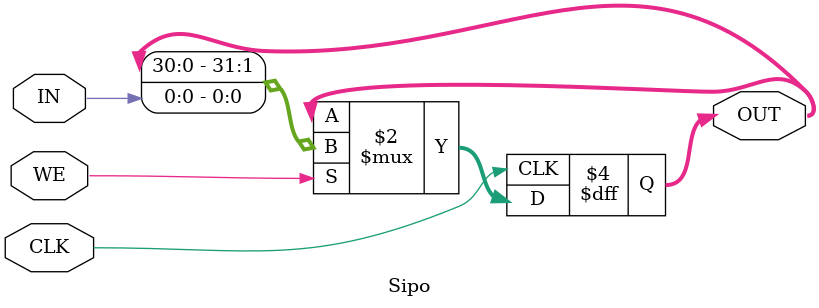
<source format=sv>
module Sipo #(
    parameter
        Insz  = 1,
        Outsz = 32
) (
    input wire
        CLK,
        WE,

    input  wire  [Insz-1:0] IN,
    output reg  [Outsz-1:0] OUT
);

	/*
     *
	 *       ┌───────────┬───────────┬───────────┬───────────┬───────────┐
	 *  OUT  │  Depth-1  ╷◀    …     ╷◀    2     ╷◀    1     ╷◀    0     │◀  IN
	 *       └───────────────────────────────────────────────────────────┘
	 *       ╰────────────────────────── Outsz ──────────────────────────╯
	 */

    always @(posedge CLK) if (WE)
        OUT <= {OUT, IN};

endmodule

</source>
